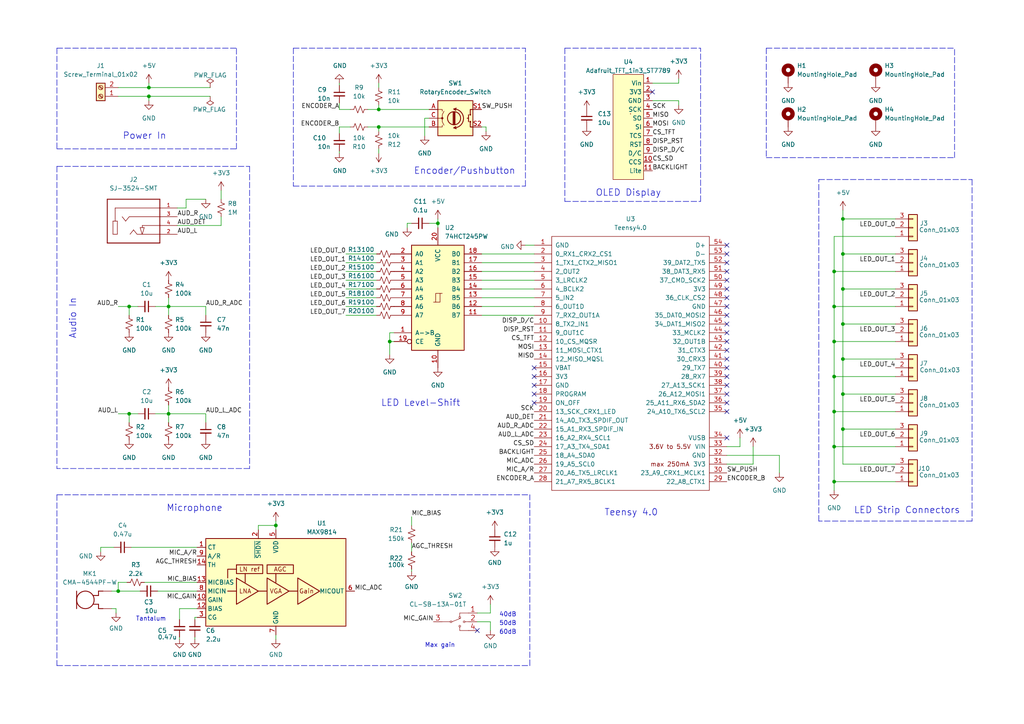
<source format=kicad_sch>
(kicad_sch (version 20211123) (generator eeschema)
  (paper "A4")
  (junction (at 43.18 25.4))
  (junction (at 244.475 73.66))
  (junction (at 244.475 83.82))
  (junction (at 43.18 27.94))
  (junction (at 37.465 120.015))
  (junction (at 241.935 88.9))
  (junction (at 48.895 120.015))
  (junction (at 241.935 139.7))
  (junction (at 244.475 104.14))
  (junction (at 80.01 152.4))
  (junction (at 244.475 63.5))
  (junction (at 241.935 78.74))
  (junction (at 37.465 88.9))
  (junction (at 241.935 129.54))
  (junction (at 241.935 109.22))
  (junction (at 244.475 114.3))
  (junction (at 34.29 171.45))
  (junction (at 113.03 99.06))
  (junction (at 241.935 119.38))
  (junction (at 127 64.77))
  (junction (at 241.935 99.06))
  (junction (at 244.475 93.98))
  (junction (at 109.855 31.75))
  (junction (at 48.895 88.9))
  (junction (at 244.475 124.46))
  (junction (at 109.855 36.83))
  (no_connect (at 210.82 127))
  (no_connect (at 210.82 78.74))
  (no_connect (at 210.82 99.06))
  (no_connect (at 210.82 86.36))
  (no_connect (at 210.82 104.14))
  (no_connect (at 210.82 71.12))
  (no_connect (at 210.82 93.98))
  (no_connect (at 210.82 83.82))
  (no_connect (at 210.82 116.84))
  (no_connect (at 210.82 111.76))
  (no_connect (at 210.82 96.52))
  (no_connect (at 210.82 109.22))
  (no_connect (at 154.94 116.84))
  (no_connect (at 138.43 182.88))
  (no_connect (at 210.82 73.66))
  (no_connect (at 210.82 91.44))
  (no_connect (at 210.82 119.38))
  (no_connect (at 210.82 81.28))
  (no_connect (at 210.82 114.3))
  (no_connect (at 154.94 111.76))
  (no_connect (at 210.82 76.2))
  (no_connect (at 210.82 88.9))
  (no_connect (at 154.94 106.68))
  (no_connect (at 210.82 101.6))
  (no_connect (at 210.82 106.68))
  (no_connect (at 154.94 109.22))
  (no_connect (at 154.94 114.3))
  (no_connect (at 189.23 26.67))
  (polyline (pts (xy 152.4 53.975) (xy 152.4 13.97)))
  (wire (pts (xy 244.475 60.96) (xy 244.475 63.5)))
  (wire (pts (xy 100.33 88.9) (xy 109.22 88.9)))
  (wire (pts (xy 119.38 157.48) (xy 119.38 160.02)))
  (wire (pts (xy 33.655 176.53) (xy 32.385 176.53)))
  (wire (pts (xy 139.7 76.2) (xy 154.94 76.2)))
  (wire (pts (xy 100.33 86.36) (xy 109.22 86.36)))
  (wire (pts (xy 48.895 88.9) (xy 48.895 86.36)))
  (wire (pts (xy 196.85 30.48) (xy 196.85 29.21)))
  (wire (pts (xy 123.19 34.29) (xy 123.19 39.37)))
  (wire (pts (xy 241.935 109.22) (xy 241.935 119.38)))
  (polyline (pts (xy 237.49 52.07) (xy 281.94 52.07)))
  (wire (pts (xy 244.475 63.5) (xy 244.475 73.66)))
  (wire (pts (xy 56.515 184.785) (xy 56.515 185.42)))
  (wire (pts (xy 100.33 83.82) (xy 109.22 83.82)))
  (polyline (pts (xy 68.58 43.18) (xy 68.58 13.97)))
  (wire (pts (xy 259.715 83.82) (xy 244.475 83.82)))
  (wire (pts (xy 244.475 134.62) (xy 259.715 134.62)))
  (wire (pts (xy 80.01 185.42) (xy 80.01 184.15)))
  (polyline (pts (xy 85.09 53.975) (xy 152.4 53.975)))
  (wire (pts (xy 56.515 179.705) (xy 56.515 179.07)))
  (polyline (pts (xy 276.86 45.72) (xy 276.86 13.97)))
  (wire (pts (xy 210.82 132.08) (xy 226.06 132.08)))
  (wire (pts (xy 34.29 27.94) (xy 43.18 27.94)))
  (wire (pts (xy 29.21 158.75) (xy 33.02 158.75)))
  (wire (pts (xy 152.4 71.12) (xy 154.94 71.12)))
  (wire (pts (xy 98.425 29.845) (xy 98.425 31.75)))
  (wire (pts (xy 113.03 102.87) (xy 113.03 99.06)))
  (wire (pts (xy 138.43 177.8) (xy 142.24 177.8)))
  (wire (pts (xy 241.935 88.9) (xy 241.935 99.06)))
  (wire (pts (xy 64.135 55.245) (xy 64.135 57.785)))
  (wire (pts (xy 218.44 134.62) (xy 218.44 129.54)))
  (wire (pts (xy 259.715 119.38) (xy 241.935 119.38)))
  (wire (pts (xy 43.18 27.94) (xy 43.18 29.21)))
  (wire (pts (xy 109.855 36.83) (xy 109.855 38.1)))
  (wire (pts (xy 259.715 139.7) (xy 241.935 139.7)))
  (wire (pts (xy 100.33 76.2) (xy 109.22 76.2)))
  (wire (pts (xy 37.465 120.015) (xy 40.005 120.015)))
  (wire (pts (xy 196.85 24.13) (xy 196.85 22.86)))
  (wire (pts (xy 57.15 176.53) (xy 52.07 176.53)))
  (polyline (pts (xy 222.25 45.72) (xy 276.86 45.72)))
  (wire (pts (xy 43.18 25.4) (xy 43.18 24.13)))
  (wire (pts (xy 139.7 36.83) (xy 140.97 36.83)))
  (wire (pts (xy 241.935 129.54) (xy 241.935 139.7)))
  (wire (pts (xy 127 64.77) (xy 127 66.04)))
  (wire (pts (xy 98.425 31.75) (xy 101.6 31.75)))
  (wire (pts (xy 259.715 63.5) (xy 244.475 63.5)))
  (wire (pts (xy 109.855 36.83) (xy 124.46 36.83)))
  (wire (pts (xy 119.38 149.86) (xy 119.38 152.4)))
  (wire (pts (xy 139.7 86.36) (xy 154.94 86.36)))
  (wire (pts (xy 109.855 31.75) (xy 109.855 30.48)))
  (wire (pts (xy 259.715 73.66) (xy 244.475 73.66)))
  (wire (pts (xy 244.475 114.3) (xy 244.475 124.46)))
  (wire (pts (xy 259.715 114.3) (xy 244.475 114.3)))
  (polyline (pts (xy 16.51 143.51) (xy 153.67 143.51)))
  (wire (pts (xy 74.93 152.4) (xy 80.01 152.4)))
  (wire (pts (xy 109.855 31.75) (xy 124.46 31.75)))
  (wire (pts (xy 53.975 60.325) (xy 53.975 57.785)))
  (wire (pts (xy 127 63.5) (xy 127 64.77)))
  (wire (pts (xy 259.715 129.54) (xy 241.935 129.54)))
  (wire (pts (xy 59.69 122.555) (xy 59.69 120.015)))
  (wire (pts (xy 241.935 139.7) (xy 241.935 142.24)))
  (wire (pts (xy 139.7 81.28) (xy 154.94 81.28)))
  (polyline (pts (xy 16.51 48.26) (xy 72.39 48.26)))
  (wire (pts (xy 244.475 93.98) (xy 244.475 104.14)))
  (wire (pts (xy 45.72 171.45) (xy 57.15 171.45)))
  (wire (pts (xy 259.715 104.14) (xy 244.475 104.14)))
  (wire (pts (xy 210.82 134.62) (xy 218.44 134.62)))
  (polyline (pts (xy 16.51 193.04) (xy 153.67 193.04)))
  (wire (pts (xy 64.135 65.405) (xy 64.135 62.865)))
  (wire (pts (xy 56.515 179.07) (xy 57.15 179.07)))
  (wire (pts (xy 259.715 93.98) (xy 244.475 93.98)))
  (wire (pts (xy 80.01 151.13) (xy 80.01 152.4)))
  (wire (pts (xy 142.24 177.8) (xy 142.24 175.26)))
  (wire (pts (xy 113.03 99.06) (xy 113.03 96.52)))
  (wire (pts (xy 43.18 25.4) (xy 60.96 25.4)))
  (polyline (pts (xy 16.51 13.97) (xy 16.51 43.18)))
  (wire (pts (xy 48.895 120.015) (xy 48.895 117.475)))
  (polyline (pts (xy 281.94 151.13) (xy 237.49 151.13)))
  (wire (pts (xy 241.935 119.38) (xy 241.935 129.54)))
  (wire (pts (xy 139.7 83.82) (xy 154.94 83.82)))
  (wire (pts (xy 139.7 73.66) (xy 154.94 73.66)))
  (wire (pts (xy 80.01 152.4) (xy 80.01 153.67)))
  (polyline (pts (xy 16.51 143.51) (xy 16.51 193.04)))
  (wire (pts (xy 52.07 176.53) (xy 52.07 179.705)))
  (wire (pts (xy 106.68 31.75) (xy 109.855 31.75)))
  (polyline (pts (xy 72.39 48.26) (xy 72.39 135.89)))
  (wire (pts (xy 109.855 44.45) (xy 109.855 43.18)))
  (polyline (pts (xy 222.25 13.97) (xy 276.86 13.97)))
  (wire (pts (xy 34.29 168.91) (xy 34.29 171.45)))
  (wire (pts (xy 51.435 65.405) (xy 64.135 65.405)))
  (polyline (pts (xy 16.51 13.97) (xy 68.58 13.97)))
  (wire (pts (xy 241.935 99.06) (xy 241.935 109.22)))
  (wire (pts (xy 109.855 24.13) (xy 109.855 25.4)))
  (wire (pts (xy 113.03 99.06) (xy 114.3 99.06)))
  (wire (pts (xy 259.715 109.22) (xy 241.935 109.22)))
  (wire (pts (xy 259.715 78.74) (xy 241.935 78.74)))
  (wire (pts (xy 45.085 120.015) (xy 48.895 120.015)))
  (wire (pts (xy 138.43 180.34) (xy 142.24 180.34)))
  (wire (pts (xy 196.85 29.21) (xy 189.23 29.21)))
  (wire (pts (xy 74.93 153.67) (xy 74.93 152.4)))
  (polyline (pts (xy 16.51 48.26) (xy 16.51 135.89)))
  (wire (pts (xy 41.91 168.91) (xy 57.15 168.91)))
  (wire (pts (xy 119.38 165.1) (xy 119.38 165.735)))
  (wire (pts (xy 241.935 78.74) (xy 241.935 88.9)))
  (wire (pts (xy 48.895 88.9) (xy 48.895 91.44)))
  (polyline (pts (xy 222.25 13.97) (xy 222.25 45.72)))
  (polyline (pts (xy 163.83 58.42) (xy 203.2 58.42)))
  (wire (pts (xy 259.715 124.46) (xy 244.475 124.46)))
  (wire (pts (xy 100.33 78.74) (xy 109.22 78.74)))
  (polyline (pts (xy 85.09 13.97) (xy 85.09 53.975)))
  (wire (pts (xy 32.385 171.45) (xy 34.29 171.45)))
  (wire (pts (xy 37.465 120.015) (xy 37.465 122.555)))
  (polyline (pts (xy 163.83 13.97) (xy 203.2 13.97)))
  (wire (pts (xy 124.46 34.29) (xy 123.19 34.29)))
  (wire (pts (xy 139.7 78.74) (xy 154.94 78.74)))
  (wire (pts (xy 259.715 99.06) (xy 241.935 99.06)))
  (wire (pts (xy 34.29 25.4) (xy 43.18 25.4)))
  (wire (pts (xy 34.29 171.45) (xy 40.64 171.45)))
  (polyline (pts (xy 153.67 193.04) (xy 153.67 143.51)))
  (wire (pts (xy 45.085 88.9) (xy 48.895 88.9)))
  (wire (pts (xy 53.975 57.785) (xy 59.69 57.785)))
  (wire (pts (xy 36.83 168.91) (xy 34.29 168.91)))
  (wire (pts (xy 189.23 24.13) (xy 196.85 24.13)))
  (wire (pts (xy 244.475 104.14) (xy 244.475 114.3)))
  (wire (pts (xy 124.46 64.77) (xy 127 64.77)))
  (wire (pts (xy 244.475 83.82) (xy 244.475 93.98)))
  (wire (pts (xy 98.425 36.83) (xy 101.6 36.83)))
  (wire (pts (xy 244.475 73.66) (xy 244.475 83.82)))
  (wire (pts (xy 100.33 91.44) (xy 109.22 91.44)))
  (wire (pts (xy 98.425 24.765) (xy 98.425 24.13)))
  (wire (pts (xy 100.33 81.28) (xy 109.22 81.28)))
  (wire (pts (xy 37.465 88.9) (xy 40.005 88.9)))
  (wire (pts (xy 139.7 91.44) (xy 154.94 91.44)))
  (wire (pts (xy 214.63 127) (xy 214.63 129.54)))
  (wire (pts (xy 259.715 68.58) (xy 241.935 68.58)))
  (wire (pts (xy 59.69 88.9) (xy 48.895 88.9)))
  (wire (pts (xy 113.03 96.52) (xy 114.3 96.52)))
  (polyline (pts (xy 163.83 13.97) (xy 163.83 58.42)))
  (polyline (pts (xy 203.2 58.42) (xy 203.2 13.97)))
  (wire (pts (xy 241.935 68.58) (xy 241.935 78.74)))
  (wire (pts (xy 98.425 44.45) (xy 98.425 43.815)))
  (wire (pts (xy 98.425 38.735) (xy 98.425 36.83)))
  (polyline (pts (xy 72.39 135.89) (xy 16.51 135.89)))
  (wire (pts (xy 33.655 177.8) (xy 33.655 176.53)))
  (wire (pts (xy 139.7 88.9) (xy 154.94 88.9)))
  (polyline (pts (xy 237.49 151.13) (xy 237.49 52.07)))
  (wire (pts (xy 51.435 60.325) (xy 53.975 60.325)))
  (wire (pts (xy 29.21 158.75) (xy 29.21 160.02)))
  (wire (pts (xy 59.69 120.015) (xy 48.895 120.015)))
  (wire (pts (xy 38.1 158.75) (xy 57.15 158.75)))
  (wire (pts (xy 48.895 120.015) (xy 48.895 122.555)))
  (wire (pts (xy 118.11 64.77) (xy 119.38 64.77)))
  (wire (pts (xy 244.475 124.46) (xy 244.475 134.62)))
  (wire (pts (xy 52.07 184.785) (xy 52.07 185.42)))
  (wire (pts (xy 34.29 120.015) (xy 37.465 120.015)))
  (wire (pts (xy 37.465 88.9) (xy 37.465 91.44)))
  (wire (pts (xy 106.68 36.83) (xy 109.855 36.83)))
  (wire (pts (xy 259.715 88.9) (xy 241.935 88.9)))
  (wire (pts (xy 59.69 91.44) (xy 59.69 88.9)))
  (wire (pts (xy 226.06 132.08) (xy 226.06 137.16)))
  (polyline (pts (xy 281.94 52.07) (xy 281.94 151.13)))
  (wire (pts (xy 100.33 73.66) (xy 109.22 73.66)))
  (polyline (pts (xy 85.09 13.97) (xy 152.4 13.97)))
  (wire (pts (xy 214.63 129.54) (xy 210.82 129.54)))
  (polyline (pts (xy 16.51 43.18) (xy 68.58 43.18)))
  (wire (pts (xy 43.18 27.94) (xy 60.96 27.94)))
  (wire (pts (xy 34.29 88.9) (xy 37.465 88.9)))
  (wire (pts (xy 118.11 66.04) (xy 118.11 64.77)))
  (wire (pts (xy 140.97 36.83) (xy 140.97 38.1)))
  (wire (pts (xy 142.24 180.34) (xy 142.24 182.88)))
  (text "50dB" (at 144.78 181.61 0) (effects (font (size 1.27 1.27)) (justify left bottom)))
  (text "Power In" (at 35.56 40.64 0) (effects (font (size 1.905 1.905)) (justify left bottom)))
  (text "Teensy 4.0" (at 175.26 149.86 0) (effects (font (size 1.905 1.905)) (justify left bottom)))
  (text "Encoder/Pushbutton" (at 120.015 50.8 0) (effects (font (size 1.905 1.905)) (justify left bottom)))
  (text "Max gain" (at 123.19 187.96 0) (effects (font (size 1.27 1.27)) (justify left bottom)))
  (text "Tantalum" (at 39.37 180.34 0) (effects (font (size 1.27 1.27)) (justify left bottom)))
  (text "60dB" (at 144.78 184.15 0) (effects (font (size 1.27 1.27)) (justify left bottom)))
  (text "Microphone" (at 48.26 148.59 0) (effects (font (size 1.905 1.905)) (justify left bottom)))
  (text "Audio In" (at 22.225 98.425 90) (effects (font (size 1.905 1.905)) (justify left bottom)))
  (text "40dB" (at 144.78 179.07 0) (effects (font (size 1.27 1.27)) (justify left bottom)))
  (text "LED Level-Shift" (at 110.49 118.11 0) (effects (font (size 1.905 1.905)) (justify left bottom)))
  (text "LED Strip Connectors" (at 247.65 149.225 0) (effects (font (size 1.905 1.905)) (justify left bottom)))
  (text "OLED Display" (at 172.72 57.15 0) (effects (font (size 1.905 1.905)) (justify left bottom)))
  (label "AUD_R_ADC" (at 154.94 124.46 180))
  (label "BACKLIGHT" (at 154.94 132.08 180))
  (label "LED_OUT_2" (at 100.33 78.74 180))
  (label "MIC_GAIN" (at 125.73 180.34 180))
  (label "DISP_RST" (at 154.94 96.52 180))
  (label "AUD_DET" (at 51.435 65.405 0))
  (label "BACKLIGHT" (at 189.23 49.53 0))
  (label "MOSI" (at 189.23 36.83 0))
  (label "DISP_RST" (at 189.23 41.91 0))
  (label "SW_PUSH" (at 210.82 137.16 0))
  (label "MIC_A{slash}R" (at 154.94 137.16 180))
  (label "LED_OUT_0" (at 100.33 73.66 180))
  (label "MISO" (at 154.94 104.14 180))
  (label "DISP_D{slash}C" (at 154.94 93.98 180))
  (label "LED_OUT_3" (at 100.33 81.28 180))
  (label "AUD_DET" (at 154.94 121.92 180))
  (label "MIC_ADC" (at 102.87 171.45 0))
  (label "CS_SD" (at 189.23 46.99 0))
  (label "ENCODER_B" (at 210.82 139.7 0))
  (label "MOSI" (at 154.94 101.6 180))
  (label "LED_OUT_6" (at 100.33 88.9 180))
  (label "LED_OUT_7" (at 259.715 137.16 180))
  (label "MIC_GAIN" (at 57.15 173.99 180))
  (label "ENCODER_A" (at 154.94 139.7 180))
  (label "ENCODER_A" (at 98.425 31.75 180))
  (label "LED_OUT_7" (at 100.33 91.44 180))
  (label "LED_OUT_5" (at 100.33 86.36 180))
  (label "DISP_D{slash}C" (at 189.23 44.45 0))
  (label "AGC_THRESH" (at 119.38 159.385 0))
  (label "AGC_THRESH" (at 57.15 163.83 180))
  (label "LED_OUT_0" (at 259.715 66.04 180))
  (label "AUD_L_ADC" (at 154.94 127 180))
  (label "MIC_BIAS" (at 119.38 149.86 0))
  (label "ENCODER_B" (at 98.425 36.83 180))
  (label "LED_OUT_6" (at 259.715 127 180))
  (label "CS_TFT" (at 154.94 99.06 180))
  (label "SCK" (at 189.23 31.75 0))
  (label "AUD_L" (at 51.435 67.945 0))
  (label "MIC_ADC" (at 154.94 134.62 180))
  (label "LED_OUT_5" (at 259.715 116.84 180))
  (label "AUD_L" (at 34.29 120.015 180))
  (label "AUD_R" (at 51.435 62.865 0))
  (label "LED_OUT_4" (at 100.33 83.82 180))
  (label "AUD_R_ADC" (at 59.69 88.9 0))
  (label "LED_OUT_1" (at 259.715 76.2 180))
  (label "LED_OUT_3" (at 259.715 96.52 180))
  (label "MIC_A{slash}R" (at 57.15 161.29 180))
  (label "SW_PUSH" (at 139.7 31.75 0))
  (label "CS_SD" (at 154.94 129.54 180))
  (label "CS_TFT" (at 189.23 39.37 0))
  (label "SCK" (at 154.94 119.38 180))
  (label "LED_OUT_4" (at 259.715 106.68 180))
  (label "LED_OUT_2" (at 259.715 86.36 180))
  (label "MISO" (at 189.23 34.29 0))
  (label "AUD_L_ADC" (at 59.69 120.015 0))
  (label "AUD_R" (at 34.29 88.9 180))
  (label "LED_OUT_1" (at 100.33 76.2 180))
  (label "MIC_BIAS" (at 57.15 168.91 180))
  (symbol (lib_id "power:GND") (at 254 36.83 0) (unit 1)
    (property "Reference" "#PWR046" (effects hide))
    (property "Value" "GND" (at 254 41.91 0))
  )
  (symbol (lib_id "Connector_Generic:Conn_01x03") (at 264.795 76.2 0) (mirror x) (unit 1)
    (property "Reference" "J4" (at 267.97 74.93 0))
    (property "Value" "Conn_01x03" (at 272.415 76.835 0))
    (property "Footprint" "Connector_JST:JST_PH_S3B-PH-K_1x03_P2.00mm_Horizontal" (effects hide))
    (property "Datasheet" "https://www.jst-mfg.com/product/pdf/eng/ePH.pdf" (effects hide))
    (property "LCSC Part Number" "N/A" (effects hide))
    (property "Package" "JST_PH_1x3_THT" (effects hide))
    (property "Layer" "F" (effects hide))
  )
  (symbol (lib_id "power:GND") (at 118.11 66.04 0) (unit 1)
    (property "Reference" "#PWR025" (effects hide))
    (property "Value" "GND" (at 113.665 67.945 0))
  )
  (symbol (lib_id "Device:R_Small_US") (at 111.76 81.28 90) (unit 1)
    (property "Reference" "R16" (at 102.87 80.01 90))
    (property "Value" "100" (at 106.68 80.01 90))
    (property "Footprint" "Resistor_SMD:R_0805_2012Metric_Pad1.20x1.40mm_HandSolder" (effects hide))
    (property "Package" "0805" (effects hide))
    (property "Layer" "B" (effects hide))
    (property "LCSC Part Number" "C17408" (effects hide))
  )
  (symbol (lib_id "Connector_Generic:Conn_01x03") (at 264.795 96.52 0) (mirror x) (unit 1)
    (property "Reference" "J6" (at 267.97 95.25 0))
    (property "Value" "Conn_01x03" (at 272.415 97.155 0))
    (property "Footprint" "Connector_JST:JST_PH_S3B-PH-K_1x03_P2.00mm_Horizontal" (effects hide))
    (property "Datasheet" "https://www.jst-mfg.com/product/pdf/eng/ePH.pdf" (effects hide))
    (property "LCSC Part Number" "N/A" (effects hide))
    (property "Package" "JST_PH_1x3_THT" (effects hide))
    (property "Layer" "F" (effects hide))
  )
  (symbol (lib_id "Device:R_Small_US") (at 37.465 125.095 0) (unit 1)
    (property "Reference" "R2" (at 39.37 123.8249 0) (effects (justify left)))
    (property "Value" "100k" (at 39.37 126.3649 0) (effects (justify left)))
    (property "Footprint" "Resistor_SMD:R_0805_2012Metric_Pad1.20x1.40mm_HandSolder" (effects hide))
    (property "Package" "0805" (effects hide))
    (property "Layer" "F" (effects hide))
    (property "LCSC Part Number" "C149504" (effects hide))
  )
  (symbol (lib_id "Device:R_Small_US") (at 111.76 91.44 90) (unit 1)
    (property "Reference" "R20" (at 102.87 90.17 90))
    (property "Value" "100" (at 106.68 90.17 90))
    (property "Footprint" "Resistor_SMD:R_0805_2012Metric_Pad1.20x1.40mm_HandSolder" (effects hide))
    (property "Package" "0805" (effects hide))
    (property "Layer" "B" (effects hide))
    (property "LCSC Part Number" "C17408" (effects hide))
  )
  (symbol (lib_id "Device:C_Small") (at 43.18 171.45 270) (unit 1)
    (property "Reference" "C3" (at 44.45 174.625 90) (effects (justify right)))
    (property "Value" "10u" (at 45.72 177.165 90) (effects (justify right)))
    (property "Footprint" "Capacitor_SMD:C_0805_2012Metric_Pad1.18x1.45mm_HandSolder" (effects hide))
    (property "Package" "0805" (effects hide))
    (property "Layer" "B" (effects hide))
    (property "LCSC Part Number" "C49678" (effects hide))
  )
  (symbol (lib_id "Connector_Generic:Conn_01x03") (at 264.795 86.36 0) (mirror x) (unit 1)
    (property "Reference" "J5" (at 267.97 85.09 0))
    (property "Value" "Conn_01x03" (at 272.415 86.995 0))
    (property "Footprint" "Connector_JST:JST_PH_S3B-PH-K_1x03_P2.00mm_Horizontal" (effects hide))
    (property "Datasheet" "https://www.jst-mfg.com/product/pdf/eng/ePH.pdf" (effects hide))
    (property "LCSC Part Number" "N/A" (effects hide))
    (property "Package" "JST_PH_1x3_THT" (effects hide))
    (property "Layer" "F" (effects hide))
  )
  (symbol (lib_id "Device:C_Small") (at 170.18 34.29 0) (unit 1)
    (property "Reference" "C13" (at 173.355 33.0199 0) (effects (justify left)))
    (property "Value" "10u" (at 173.355 35.5599 0) (effects (justify left)))
    (property "Footprint" "Capacitor_SMD:C_0805_2012Metric_Pad1.18x1.45mm_HandSolder" (effects hide))
    (property "Package" "0805" (effects hide))
    (property "Layer" "F" (effects hide))
  )
  (symbol (lib_id "Connector:Screw_Terminal_01x02") (at 29.21 27.94 180) (unit 1)
    (property "Reference" "J1" (at 29.21 19.05 0))
    (property "Value" "Screw_Terminal_01x02" (at 29.21 21.59 0))
    (property "Footprint" "terminal_block:TerminalBlock_Molex_393570002_1x02_P3.50mm_Horizontal" (effects hide))
    (property "Datasheet" "https://www.molex.com/webdocs/datasheets/pdf/en-us/0393570002_TERMINAL_BLOCKS.pdf" (effects hide))
    (property "LCSC Part Number" "N/A" (effects hide))
    (property "Package" "N/A" (effects hide))
    (property "Layer" "F" (effects hide))
  )
  (symbol (lib_id "power:+3.3V") (at 48.895 81.28 0) (unit 1)
    (property "Reference" "#PWR07" (effects hide))
    (property "Value" "+3.3V" (at 48.895 76.2 0))
  )
  (symbol (lib_id "power:+3.3V") (at 196.85 22.86 0) (unit 1)
    (property "Reference" "#PWR036" (effects hide))
    (property "Value" "+3.3V" (at 196.85 17.78 0))
  )
  (symbol (lib_id "Device:RotaryEncoder_Switch") (at 132.08 34.29 0) (unit 1)
    (property "Reference" "SW1" (at 132.08 24.13 0))
    (property "Value" "RotaryEncoder_Switch" (at 132.08 26.67 0))
    (property "Footprint" "Rotary_Encoder:RotaryEncoder_Alps_EC11E-Switch_Vertical_H20mm" (effects hide))
    (property "Datasheet" "https://www.farnell.com/datasheets/1837001.pdf" (effects hide))
    (property "LCSC Part Number" "N/A" (effects hide))
    (property "Package" "EC11" (effects hide))
    (property "Layer" "F" (effects hide))
  )
  (symbol (lib_id "power:GND") (at 152.4 71.12 270) (unit 1)
    (property "Reference" "#PWR033" (effects hide))
    (property "Value" "GND" (at 149.2251 71.5538 90) (effects (justify right)))
  )
  (symbol (lib_id "SP3T-CL-SB-13A-01T:CL-SB-13A-01T") (at 125.73 180.34 0) (unit 1)
    (property "Reference" "SW2" (at 132.08 172.72 0))
    (property "Value" "CL-SB-13A-01T" (at 127 175.26 0))
    (property "Footprint" "SP3T-CL-SB-13A-01T:CL-SB-13A-01T" (effects hide))
  )
  (symbol (lib_id "Amplifier_Audio:MAX9814") (at 80.01 168.91 0) (unit 1)
    (property "Reference" "U1" (at 93.345 151.765 0))
    (property "Value" "MAX9814" (at 93.345 154.305 0))
    (property "Footprint" "Package_DFN_QFN:TDFN-14-1EP_3x3mm_P0.4mm_EP1.78x2.35mm_ThermalVias" (effects hide))
    (property "Datasheet" "https://datasheets.maximintegrated.com/en/ds/MAX9814.pdf" (effects hide))
    (property "Package" "TDFN14" (effects hide))
    (property "LCSC Part Number" "C41714" (effects hide))
    (property "Layer" "B" (effects hide))
  )
  (symbol (lib_id "Device:C_Small") (at 59.69 93.98 0) (unit 1)
    (property "Reference" "C7" (at 62.865 92.7162 0) (effects (justify left)))
    (property "Value" "47n" (at 62.865 95.2562 0) (effects (justify left)))
    (property "Footprint" "Capacitor_SMD:C_0805_2012Metric_Pad1.18x1.45mm_HandSolder" (effects hide))
    (property "Package" "0805" (effects hide))
    (property "Layer" "F" (effects hide))
  )
  (symbol (lib_id "74xx:74HC245") (at 127 86.36 0) (unit 1)
    (property "Reference" "U2" (at 129.0194 66.04 0) (effects (justify left)))
    (property "Value" "74HCT245PW" (at 129.0194 68.58 0) (effects (justify left)))
    (property "Footprint" "Package_SO:TSSOP-20_4.4x6.5mm_P0.65mm" (effects hide))
    (property "Datasheet" "http://www.ti.com/lit/gpn/sn74HCT245" (effects hide))
    (property "Package" "TSSOP20" (effects hide))
    (property "LCSC Part Number" "C5980" (effects hide))
    (property "Layer" "B" (effects hide))
  )
  (symbol (lib_id "SJ-3524-SMT:SJ-3524-SMT") (at 38.735 65.405 0) (unit 1)
    (property "Reference" "J2" (at 38.735 52.07 0))
    (property "Value" "SJ-3524-SMT" (at 38.735 54.61 0))
    (property "Footprint" "SJ-3524-SMT:CUI_SJ-3524-SMT" (effects hide))
    (property "Datasheet" "https://www.cuidevices.com/product/resource/sj-352x-smt.pdf" (effects hide))
    (property "LCSC Part Number" "N/A" (effects hide))
    (property "Package" "N/A" (effects hide))
    (property "Layer" "F" (effects hide))
  )
  (symbol (lib_id "Device:C_Small") (at 59.69 125.095 0) (unit 1)
    (property "Reference" "C8" (at 62.865 123.8312 0) (effects (justify left)))
    (property "Value" "47n" (at 62.865 126.3712 0) (effects (justify left)))
    (property "Footprint" "Capacitor_SMD:C_0805_2012Metric_Pad1.18x1.45mm_HandSolder" (effects hide))
    (property "Package" "0805" (effects hide))
    (property "Layer" "F" (effects hide))
  )
  (symbol (lib_id "power:+3.3V") (at 48.895 112.395 0) (unit 1)
    (property "Reference" "#PWR09" (effects hide))
    (property "Value" "+3.3V" (at 48.895 107.315 0))
  )
  (symbol (lib_id "Mechanical:MountingHole_Pad") (at 228.6 34.29 0) (unit 1)
    (property "Reference" "H2" (at 231.14 31.7499 0) (effects (justify left)))
    (property "Value" "MountingHole_Pad" (at 231.14 34.2899 0) (effects (justify left)))
    (property "Footprint" "MountingHole:MountingHole_3.2mm_M3_ISO14580_Pad" (effects hide))
    (property "Datasheet" "N/A" (effects hide))
    (property "LCSC Part Number" "N/A" (effects hide))
    (property "Package" "N/A" (effects hide))
    (property "Layer" "N" (effects hide))
  )
  (symbol (lib_id "Device:C_Small") (at 56.515 182.245 180) (unit 1)
    (property "Reference" "C6" (at 59.69 182.88 0) (effects (justify right)))
    (property "Value" "2.2u" (at 59.69 185.42 0) (effects (justify right)))
    (property "Footprint" "Capacitor_SMD:C_0805_2012Metric_Pad1.18x1.45mm_HandSolder" (effects hide))
    (property "Package" "0805" (effects hide))
    (property "Layer" "B" (effects hide))
    (property "LCSC Part Number" "C49217" (effects hide))
  )
  (symbol (lib_id "power:GND") (at 140.97 38.1 0) (unit 1)
    (property "Reference" "#PWR032" (effects hide))
    (property "Value" "GND" (at 140.97 43.18 0))
  )
  (symbol (lib_id "Device:R_Small_US") (at 104.14 36.83 90) (unit 1)
    (property "Reference" "R10" (at 104.14 42.545 90))
    (property "Value" "10k" (at 104.14 40.005 90))
    (property "Footprint" "Resistor_SMD:R_0805_2012Metric_Pad1.20x1.40mm_HandSolder" (effects hide))
    (property "LCSC Part Number" "C17414 " (effects hide))
    (property "Package" "0805" (effects hide))
    (property "Layer" "B" (effects hide))
  )
  (symbol (lib_id "power:GND") (at 228.6 24.13 0) (unit 1)
    (property "Reference" "#PWR041" (effects hide))
    (property "Value" "GND" (at 228.6 29.21 0))
  )
  (symbol (lib_id "power:GND") (at 29.21 160.02 0) (unit 1)
    (property "Reference" "#PWR06" (effects hide))
    (property "Value" "GND" (at 22.86 161.29 0) (effects (justify left)))
  )
  (symbol (lib_id "Device:R_Small_US") (at 111.76 76.2 90) (unit 1)
    (property "Reference" "R14" (at 102.87 74.93 90))
    (property "Value" "100" (at 106.68 74.93 90))
    (property "Footprint" "Resistor_SMD:R_0805_2012Metric_Pad1.20x1.40mm_HandSolder" (effects hide))
    (property "Package" "0805" (effects hide))
    (property "Layer" "B" (effects hide))
    (property "LCSC Part Number" "C17408" (effects hide))
  )
  (symbol (lib_id "power:GND") (at 33.655 177.8 0) (unit 1)
    (property "Reference" "#PWR01" (effects hide))
    (property "Value" "GND" (at 33.655 182.245 0))
  )
  (symbol (lib_id "Device:C_Small") (at 42.545 88.9 270) (unit 1)
    (property "Reference" "C1" (at 42.5386 82.55 90))
    (property "Value" "10u" (at 42.5386 85.09 90))
    (property "Footprint" "Capacitor_SMD:C_0805_2012Metric_Pad1.18x1.45mm_HandSolder" (effects hide))
    (property "Package" "0805" (effects hide))
    (property "Layer" "F" (effects hide))
  )
  (symbol (lib_id "Device:R_Small_US") (at 48.895 93.98 0) (unit 1)
    (property "Reference" "R5" (at 50.8 92.7099 0) (effects (justify left)))
    (property "Value" "100k" (at 50.8 95.2499 0) (effects (justify left)))
    (property "Footprint" "Resistor_SMD:R_0805_2012Metric_Pad1.20x1.40mm_HandSolder" (effects hide))
    (property "Package" "0805" (effects hide))
    (property "Layer" "F" (effects hide))
    (property "LCSC Part Number" "C149504" (effects hide))
  )
  (symbol (lib_id "power:GND") (at 127 106.68 0) (unit 1)
    (property "Reference" "#PWR031" (effects hide))
    (property "Value" "GND" (at 127 111.76 0))
  )
  (symbol (lib_id "Device:C_Small") (at 98.425 41.275 0) (mirror x) (unit 1)
    (property "Reference" "C10" (at 94.615 40.005 0) (effects (justify right)))
    (property "Value" "10n" (at 95.885 42.545 0) (effects (justify right)))
    (property "Footprint" "Capacitor_SMD:C_0805_2012Metric_Pad1.18x1.45mm_HandSolder" (effects hide))
    (property "Package" "0805" (effects hide))
    (property "Layer" "B" (effects hide))
    (property "LCSC Part Number" "C1710" (effects hide))
  )
  (symbol (lib_id "power:GND") (at 37.465 127.635 0) (unit 1)
    (property "Reference" "#PWR03" (effects hide))
    (property "Value" "GND" (at 37.465 132.715 0))
  )
  (symbol (lib_id "power:GND") (at 254 24.13 0) (unit 1)
    (property "Reference" "#PWR045" (effects hide))
    (property "Value" "GND" (at 254 29.21 0))
  )
  (symbol (lib_id "Device:R_Small_US") (at 111.76 88.9 90) (unit 1)
    (property "Reference" "R19" (at 102.87 87.63 90))
    (property "Value" "100" (at 106.68 87.63 90))
    (property "Footprint" "Resistor_SMD:R_0805_2012Metric_Pad1.20x1.40mm_HandSolder" (effects hide))
    (property "Package" "0805" (effects hide))
    (property "Layer" "B" (effects hide))
    (property "LCSC Part Number" "C17408" (effects hide))
  )
  (symbol (lib_id "Connector_Generic:Conn_01x03") (at 264.795 66.04 0) (mirror x) (unit 1)
    (property "Reference" "J3" (at 267.97 64.77 0))
    (property "Value" "Conn_01x03" (at 272.415 66.675 0))
    (property "Footprint" "Connector_JST:JST_PH_S3B-PH-K_1x03_P2.00mm_Horizontal" (effects hide))
    (property "Datasheet" "https://www.jst-mfg.com/product/pdf/eng/ePH.pdf" (effects hide))
    (property "LCSC Part Number" "N/A" (effects hide))
    (property "Package" "JST_PH_1x3_THT" (effects hide))
    (property "Layer" "F" (effects hide))
  )
  (symbol (lib_id "Device:C_Small") (at 35.56 158.75 270) (unit 1)
    (property "Reference" "C4" (at 35.5536 152.4 90))
    (property "Value" "0.47u" (at 35.5536 154.94 90))
    (property "Footprint" "Capacitor_SMD:C_0805_2012Metric_Pad1.18x1.45mm_HandSolder" (effects hide))
    (property "Package" "0805" (effects hide))
    (property "Layer" "B" (effects hide))
    (property "LCSC Part Number" "C13967" (effects hide))
  )
  (symbol (lib_id "Device:R_Small_US") (at 48.895 83.82 0) (unit 1)
    (property "Reference" "R4" (at 50.8 82.5499 0) (effects (justify left)))
    (property "Value" "100k" (at 50.8 85.0899 0) (effects (justify left)))
    (property "Footprint" "Resistor_SMD:R_0805_2012Metric_Pad1.20x1.40mm_HandSolder" (effects hide))
    (property "Package" "0805" (effects hide))
    (property "Layer" "F" (effects hide))
    (property "LCSC Part Number" "C149504" (effects hide))
  )
  (symbol (lib_id "Device:R_Small_US") (at 104.14 31.75 270) (unit 1)
    (property "Reference" "R9" (at 104.14 25.4 90))
    (property "Value" "10k" (at 104.14 27.94 90))
    (property "Footprint" "Resistor_SMD:R_0805_2012Metric_Pad1.20x1.40mm_HandSolder" (effects hide))
    (property "LCSC Part Number" "C17414 " (effects hide))
    (property "Package" "0805" (effects hide))
    (property "Layer" "B" (effects hide))
  )
  (symbol (lib_id "power:GND") (at 37.465 96.52 0) (unit 1)
    (property "Reference" "#PWR02" (effects hide))
    (property "Value" "GND" (at 37.465 101.6 0))
  )
  (symbol (lib_id "power:+3.3V") (at 143.51 153.67 0) (unit 1)
    (property "Reference" "#PWR027" (effects hide))
    (property "Value" "+3.3V" (at 143.51 148.59 0))
  )
  (symbol (lib_id "power:GND") (at 228.6 36.83 0) (unit 1)
    (property "Reference" "#PWR042" (effects hide))
    (property "Value" "GND" (at 228.6 41.91 0))
  )
  (symbol (lib_id "power:GND") (at 123.19 39.37 0) (unit 1)
    (property "Reference" "#PWR029" (effects hide))
    (property "Value" "GND" (at 123.19 44.45 0))
  )
  (symbol (lib_id "power:GND") (at 59.69 96.52 0) (unit 1)
    (property "Reference" "#PWR014" (effects hide))
    (property "Value" "GND" (at 59.69 101.6 0))
  )
  (symbol (lib_id "power:GND") (at 43.18 29.21 0) (unit 1)
    (property "Reference" "#PWR05" (effects hide))
    (property "Value" "GND" (at 43.18 34.29 0))
  )
  (symbol (lib_id "Device:R_Small_US") (at 111.76 78.74 90) (unit 1)
    (property "Reference" "R15" (at 102.87 77.47 90))
    (property "Value" "100" (at 106.68 77.47 90))
    (property "Footprint" "Resistor_SMD:R_0805_2012Metric_Pad1.20x1.40mm_HandSolder" (effects hide))
    (property "Package" "0805" (effects hide))
    (property "Layer" "B" (effects hide))
    (property "LCSC Part Number" "C17408" (effects hide))
  )
  (symbol (lib_id "power:GND") (at 119.38 165.735 0) (unit 1)
    (property "Reference" "#PWR026" (effects hide))
    (property "Value" "GND" (at 119.38 170.18 0))
  )
  (symbol (lib_id "Mechanical:MountingHole_Pad") (at 254 21.59 0) (unit 1)
    (property "Reference" "H3" (at 256.54 19.0499 0) (effects (justify left)))
    (property "Value" "MountingHole_Pad" (at 256.54 21.5899 0) (effects (justify left)))
    (property "Footprint" "MountingHole:MountingHole_3.2mm_M3_ISO14580_Pad" (effects hide))
    (property "Datasheet" "N/A" (effects hide))
    (property "LCSC Part Number" "N/A" (effects hide))
    (property "Package" "N/A" (effects hide))
    (property "Layer" "N" (effects hide))
  )
  (symbol (lib_id "Connector_Generic:Conn_01x03") (at 264.795 106.68 0) (mirror x) (unit 1)
    (property "Reference" "J7" (at 266.7 105.41 0) (effects (justify left)))
    (property "Value" "Conn_01x03" (at 266.7 107.315 0) (effects (justify left)))
    (property "Footprint" "Connector_JST:JST_PH_S3B-PH-K_1x03_P2.00mm_Horizontal" (effects hide))
    (property "Datasheet" "https://www.jst-mfg.com/product/pdf/eng/ePH.pdf" (effects hide))
    (property "LCSC Part Number" "N/A" (effects hide))
    (property "Package" "JST_PH_1x3_THT" (effects hide))
    (property "Layer" "F" (effects hide))
  )
  (symbol (lib_id "Device:R_Small_US") (at 109.855 40.64 0) (mirror x) (unit 1)
    (property "Reference" "R12" (at 112.395 41.9101 0) (effects (justify left)))
    (property "Value" "10k" (at 112.395 39.3701 0) (effects (justify left)))
    (property "Footprint" "Resistor_SMD:R_0805_2012Metric_Pad1.20x1.40mm_HandSolder" (effects hide))
    (property "LCSC Part Number" "C17414 " (effects hide))
    (property "Package" "0805" (effects hide))
    (property "Layer" "B" (effects hide))
  )
  (symbol (lib_id "power:GND") (at 48.895 127.635 0) (unit 1)
    (property "Reference" "#PWR010" (effects hide))
    (property "Value" "GND" (at 48.895 132.715 0))
  )
  (symbol (lib_id "Device:C_Small") (at 52.07 182.245 180) (unit 1)
    (property "Reference" "C5" (at 45.72 182.88 0) (effects (justify right)))
    (property "Value" "0.47u" (at 45.72 184.785 0) (effects (justify right)))
    (property "Footprint" "Capacitor_SMD:C_0805_2012Metric_Pad1.18x1.45mm_HandSolder" (effects hide))
    (property "Package" "0805" (effects hide))
    (property "Layer" "B" (effects hide))
    (property "LCSC Part Number" "C13967" (effects hide))
  )
  (symbol (lib_id "power:+5V") (at 244.475 60.96 0) (mirror y) (unit 1)
    (property "Reference" "#PWR044" (effects hide))
    (property "Value" "+5V" (at 244.475 55.88 0))
  )
  (symbol (lib_id "Device:R_Small_US") (at 109.855 27.94 0) (unit 1)
    (property "Reference" "R11" (at 112.395 26.6699 0) (effects (justify left)))
    (property "Value" "10k" (at 112.395 29.2099 0) (effects (justify left)))
    (property "Footprint" "Resistor_SMD:R_0805_2012Metric_Pad1.20x1.40mm_HandSolder" (effects hide))
    (property "LCSC Part Number" "C17414 " (effects hide))
    (property "Package" "0805" (effects hide))
    (property "Layer" "B" (effects hide))
  )
  (symbol (lib_id "Device:C_Small") (at 98.425 27.305 0) (unit 1)
    (property "Reference" "C9" (at 92.075 26.035 0) (effects (justify left)))
    (property "Value" "10n" (at 92.075 28.575 0) (effects (justify left)))
    (property "Footprint" "Capacitor_SMD:C_0805_2012Metric_Pad1.18x1.45mm_HandSolder" (effects hide))
    (property "Package" "0805" (effects hide))
    (property "Layer" "B" (effects hide))
    (property "LCSC Part Number" "C1710" (effects hide))
  )
  (symbol (lib_id "power:GND") (at 241.935 142.24 0) (mirror y) (unit 1)
    (property "Reference" "#PWR043" (effects hide))
    (property "Value" "GND" (at 241.935 147.32 0))
  )
  (symbol (lib_id "Connector_Generic:Conn_01x03") (at 264.795 127 0) (mirror x) (unit 1)
    (property "Reference" "J9" (at 267.97 125.73 0))
    (property "Value" "Conn_01x03" (at 272.415 127.635 0))
    (property "Footprint" "Connector_JST:JST_PH_S3B-PH-K_1x03_P2.00mm_Horizontal" (effects hide))
    (property "Datasheet" "https://www.jst-mfg.com/product/pdf/eng/ePH.pdf" (effects hide))
    (property "LCSC Part Number" "N/A" (effects hide))
    (property "Package" "JST_PH_1x3_THT" (effects hide))
    (property "Layer" "F" (effects hide))
  )
  (symbol (lib_id "power:GND") (at 113.03 102.87 0) (unit 1)
    (property "Reference" "#PWR024" (effects hide))
    (property "Value" "GND" (at 113.03 107.95 0))
  )
  (symbol (lib_id "Device:C_Small") (at 42.545 120.015 270) (unit 1)
    (property "Reference" "C2" (at 42.5386 113.665 90))
    (property "Value" "10u" (at 42.5386 116.205 90))
    (property "Footprint" "Capacitor_SMD:C_0805_2012Metric_Pad1.18x1.45mm_HandSolder" (effects hide))
    (property "Package" "0805" (effects hide))
    (property "Layer" "F" (effects hide))
  )
  (symbol (lib_id "power:GND") (at 142.24 182.88 0) (unit 1)
    (property "Reference" "#PWR0102" (effects hide))
    (property "Value" "GND" (at 142.24 187.325 0))
  )
  (symbol (lib_id "Device:R_Small_US") (at 48.895 114.935 0) (unit 1)
    (property "Reference" "R6" (at 50.8 113.6649 0) (effects (justify left)))
    (property "Value" "100k" (at 50.8 116.2049 0) (effects (justify left)))
    (property "Footprint" "Resistor_SMD:R_0805_2012Metric_Pad1.20x1.40mm_HandSolder" (effects hide))
    (property "Package" "0805" (effects hide))
    (property "Layer" "F" (effects hide))
    (property "LCSC Part Number" "C149504" (effects hide))
  )
  (symbol (lib_id "Device:R_Small_US") (at 111.76 83.82 90) (unit 1)
    (property "Reference" "R17" (at 102.87 82.55 90))
    (property "Value" "100" (at 106.68 82.55 90))
    (property "Footprint" "Resistor_SMD:R_0805_2012Metric_Pad1.20x1.40mm_HandSolder" (effects hide))
    (property "Package" "0805" (effects hide))
    (property "Layer" "B" (effects hide))
    (property "LCSC Part Number" "C17408" (effects hide))
  )
  (symbol (lib_id "power:+3.3V") (at 142.24 175.26 0) (unit 1)
    (property "Reference" "#PWR0101" (effects hide))
    (property "Value" "+3.3V" (at 142.24 170.18 0))
  )
  (symbol (lib_id "CMA-4544PF-W:CMA-4544PF-W") (at 24.765 173.99 0) (unit 1)
    (property "Reference" "MK1" (at 26.035 166.37 0))
    (property "Value" "CMA-4544PF-W" (at 26.035 168.91 0))
    (property "Footprint" "CMA-4544PF-W:MIC_CMA-4544PF-W" (effects hide))
    (property "Datasheet" "https://www.cuidevices.com/product/resource/cma-4544pf-w.pdf" (effects hide))
    (property "LCSC Part Number" "N/A" (effects hide))
    (property "Package" "N/A" (effects hide))
    (property "Layer" "F" (effects hide))
  )
  (symbol (lib_id "power:+3.3V") (at 80.01 151.13 0) (unit 1)
    (property "Reference" "#PWR018" (effects hide))
    (property "Value" "+3.3V" (at 80.01 146.05 0))
  )
  (symbol (lib_id "Device:R_Small_US") (at 111.76 86.36 90) (unit 1)
    (property "Reference" "R18" (at 102.87 85.09 90))
    (property "Value" "100" (at 106.68 85.09 90))
    (property "Footprint" "Resistor_SMD:R_0805_2012Metric_Pad1.20x1.40mm_HandSolder" (effects hide))
    (property "Package" "0805" (effects hide))
    (property "Layer" "B" (effects hide))
    (property "LCSC Part Number" "C17408" (effects hide))
  )
  (symbol (lib_id "power:PWR_FLAG") (at 60.96 27.94 180) (unit 1)
    (property "Reference" "#FLG02" (effects hide))
    (property "Value" "PWR_FLAG" (at 55.88 31.75 0) (effects (justify right)))
  )
  (symbol (lib_id "power:GND") (at 98.425 24.13 180) (unit 1)
    (property "Reference" "#PWR020" (effects hide))
    (property "Value" "GND" (at 96.52 19.05 0) (effects (justify right)))
  )
  (symbol (lib_id "power:+5V") (at 127 63.5 0) (unit 1)
    (property "Reference" "#PWR030" (effects hide))
    (property "Value" "+5V" (at 127 58.42 0))
  )
  (symbol (lib_id "Device:R_Small_US") (at 111.76 73.66 90) (unit 1)
    (property "Reference" "R13" (at 102.87 72.39 90))
    (property "Value" "100" (at 106.68 72.39 90))
    (property "Footprint" "Resistor_SMD:R_0805_2012Metric_Pad1.20x1.40mm_HandSolder" (effects hide))
    (property "Package" "0805" (effects hide))
    (property "Layer" "B" (effects hide))
    (property "LCSC Part Number" "C17408" (effects hide))
  )
  (symbol (lib_id "power:+3.3V") (at 170.18 31.75 0) (unit 1)
    (property "Reference" "#PWR034" (effects hide))
    (property "Value" "+3.3V" (at 170.18 26.67 0))
  )
  (symbol (lib_id "power:+3.3V") (at 109.855 44.45 0) (mirror x) (unit 1)
    (property "Reference" "#PWR023" (effects hide))
    (property "Value" "+3.3V" (at 109.855 49.53 0))
  )
  (symbol (lib_id "Mechanical:MountingHole_Pad") (at 228.6 21.59 0) (unit 1)
    (property "Reference" "H1" (at 231.14 19.0499 0) (effects (justify left)))
    (property "Value" "MountingHole_Pad" (at 231.14 21.5899 0) (effects (justify left)))
    (property "Footprint" "MountingHole:MountingHole_3.2mm_M3_ISO14580_Pad" (effects hide))
    (property "Datasheet" "N/A" (effects hide))
    (property "LCSC Part Number" "N/A" (effects hide))
    (property "Package" "N/A" (effects hide))
    (property "Layer" "N" (effects hide))
  )
  (symbol (lib_id "power:GND") (at 143.51 158.75 0) (unit 1)
    (property "Reference" "#PWR028" (effects hide))
    (property "Value" "GND" (at 143.51 163.195 0))
  )
  (symbol (lib_id "power:GND") (at 48.895 96.52 0) (unit 1)
    (property "Reference" "#PWR08" (effects hide))
    (property "Value" "GND" (at 48.895 101.6 0))
  )
  (symbol (lib_id "Device:C_Small") (at 143.51 156.21 0) (unit 1)
    (property "Reference" "C12" (at 146.05 154.9462 0) (effects (justify left)))
    (property "Value" "1u" (at 146.05 157.4862 0) (effects (justify left)))
    (property "Footprint" "Capacitor_SMD:C_0805_2012Metric_Pad1.18x1.45mm_HandSolder" (effects hide))
    (property "Package" "0805" (effects hide))
    (property "Layer" "B" (effects hide))
    (property "LCSC Part Number" "C49217" (effects hide))
  )
  (symbol (lib_id "power:+5V") (at 43.18 24.13 0) (unit 1)
    (property "Reference" "#PWR04" (effects hide))
    (property "Value" "+5V" (at 43.18 19.05 0))
  )
  (symbol (lib_id "power:GND") (at 59.69 127.635 0) (unit 1)
    (property "Reference" "#PWR015" (effects hide))
    (property "Value" "GND" (at 59.69 132.715 0))
  )
  (symbol (lib_id "teensy:Teensy4.0") (at 182.88 105.41 0) (unit 1)
    (property "Reference" "U3" (at 182.88 63.5 0))
    (property "Value" "Teensy4.0" (at 182.88 66.04 0))
    (property "Footprint" "teensy_library:Teensy40" (effects hide))
    (property "Datasheet" "https://www.pjrc.com/store/teensy40.html" (effects hide))
    (property "LCSC Part Number" "N/A" (effects hide))
    (property "Package" "0.1\" 2x14" (effects hide))
    (property "Layer" "F" (effects hide))
  )
  (symbol (lib_id "Device:R_Small_US") (at 37.465 93.98 0) (unit 1)
    (property "Reference" "R1" (at 39.37 92.7099 0) (effects (justify left)))
    (property "Value" "100k" (at 39.37 95.2499 0) (effects (justify left)))
    (property "Footprint" "Resistor_SMD:R_0805_2012Metric_Pad1.20x1.40mm_HandSolder" (effects hide))
    (property "Package" "0805" (effects hide))
    (property "Layer" "F" (effects hide))
    (property "LCSC Part Number" "C149504" (effects hide))
  )
  (symbol (lib_id "displays:Adafruit_TFT_1in3_ST7789") (at 182.88 36.83 0) (mirror y) (unit 1)
    (property "Reference" "U4" (at 182.245 17.941 0))
    (property "Value" "Adafruit_TFT_1in3_ST7789" (at 182.245 20.4779 0))
    (property "Footprint" "displays:Adafruit_TFT_1in3_ST7789" (effects hide))
    (property "Datasheet" "https://www.adafruit.com/product/4313" (effects hide))
    (property "LCSC Part Number" "N/A" (effects hide))
    (property "Package" "0.1\" 1x11" (effects hide))
    (property "Layer" "F" (effects hide))
  )
  (symbol (lib_id "power:+3.3V") (at 218.44 129.54 0) (unit 1)
    (property "Reference" "#PWR039" (effects hide))
    (property "Value" "+3.3V" (at 218.44 124.46 0))
  )
  (symbol (lib_id "power:GND") (at 52.07 185.42 0) (unit 1)
    (property "Reference" "#PWR011" (effects hide))
    (property "Value" "GND" (at 52.07 189.865 0))
  )
  (symbol (lib_id "Device:R_Small_US") (at 64.135 60.325 0) (unit 1)
    (property "Reference" "R8" (at 66.04 59.0549 0) (effects (justify left)))
    (property "Value" "1M" (at 66.04 61.5949 0) (effects (justify left)))
    (property "Footprint" "Resistor_SMD:R_0805_2012Metric_Pad1.20x1.40mm_HandSolder" (effects hide))
    (property "Package" "0805" (effects hide))
    (property "Layer" "F" (effects hide))
  )
  (symbol (lib_id "power:GND") (at 98.425 44.45 0) (mirror y) (unit 1)
    (property "Reference" "#PWR021" (effects hide))
    (property "Value" "GND" (at 96.52 49.53 0) (effects (justify right)))
  )
  (symbol (lib_id "Device:R_Small_US") (at 119.38 154.94 180) (unit 1)
    (property "Reference" "R21" (at 114.935 153.67 0))
    (property "Value" "150k" (at 114.935 156.21 0))
    (property "Footprint" "Resistor_SMD:R_0805_2012Metric_Pad1.20x1.40mm_HandSolder" (effects hide))
    (property "Package" "0805" (effects hide))
    (property "Layer" "B" (effects hide))
    (property "LCSC Part Number" "C17470" (effects hide))
  )
  (symbol (lib_id "power:GND") (at 59.69 57.785 0) (unit 1)
    (property "Reference" "#PWR013" (effects hide))
    (property "Value" "GND" (at 59.69 62.865 0))
  )
  (symbol (lib_id "power:+5V") (at 214.63 127 0) (unit 1)
    (property "Reference" "#PWR038" (effects hide))
    (property "Value" "+5V" (at 214.63 121.92 0))
  )
  (symbol (lib_id "power:+3.3V") (at 64.135 55.245 0) (unit 1)
    (property "Reference" "#PWR017" (effects hide))
    (property "Value" "+3.3V" (at 64.135 50.165 0))
  )
  (symbol (lib_id "power:+3.3V") (at 109.855 24.13 0) (unit 1)
    (property "Reference" "#PWR022" (effects hide))
    (property "Value" "+3.3V" (at 109.855 19.05 0))
  )
  (symbol (lib_id "power:GND") (at 80.01 185.42 0) (unit 1)
    (property "Reference" "#PWR019" (effects hide))
    (property "Value" "GND" (at 80.01 189.865 0))
  )
  (symbol (lib_id "Device:R_Small_US") (at 39.37 168.91 90) (unit 1)
    (property "Reference" "R3" (at 39.37 163.83 90))
    (property "Value" "2.2k" (at 39.37 166.37 90))
    (property "Footprint" "Resistor_SMD:R_0805_2012Metric_Pad1.20x1.40mm_HandSolder" (effects hide))
    (property "Package" "0805" (effects hide))
    (property "Layer" "B" (effects hide))
    (property "LCSC Part Number" "C17520" (effects hide))
  )
  (symbol (lib_id "Connector_Generic:Conn_01x03") (at 264.795 116.84 0) (mirror x) (unit 1)
    (property "Reference" "J8" (at 267.97 115.57 0))
    (property "Value" "Conn_01x03" (at 272.415 117.475 0))
    (property "Footprint" "Connector_JST:JST_PH_S3B-PH-K_1x03_P2.00mm_Horizontal" (effects hide))
    (property "Datasheet" "https://www.jst-mfg.com/product/pdf/eng/ePH.pdf" (effects hide))
    (property "LCSC Part Number" "N/A" (effects hide))
    (property "Package" "JST_PH_1x3_THT" (effects hide))
    (property "Layer" "F" (effects hide))
  )
  (symbol (lib_id "Device:C_Small") (at 121.92 64.77 270) (unit 1)
    (property "Reference" "C11" (at 121.92 58.42 90))
    (property "Value" "0.1u" (at 121.92 60.96 90))
    (property "Footprint" "Capacitor_SMD:C_0805_2012Metric_Pad1.18x1.45mm_HandSolder" (effects hide))
    (property "Package" "0805" (effects hide))
    (property "Layer" "B" (effects hide))
    (property "LCSC Part Number" "C49678" (effects hide))
  )
  (symbol (lib_id "power:GND") (at 226.06 137.16 0) (unit 1)
    (property "Reference" "#PWR040" (effects hide))
    (property "Value" "GND" (at 226.06 142.24 0))
  )
  (symbol (lib_id "power:PWR_FLAG") (at 60.96 25.4 0) (unit 1)
    (property "Reference" "#FLG01" (effects hide))
    (property "Value" "PWR_FLAG" (at 60.96 21.8242 0))
  )
  (symbol (lib_id "Mechanical:MountingHole_Pad") (at 254 34.29 0) (unit 1)
    (property "Reference" "H4" (at 256.54 31.7499 0) (effects (justify left)))
    (property "Value" "MountingHole_Pad" (at 256.54 34.2899 0) (effects (justify left)))
    (property "Footprint" "MountingHole:MountingHole_3.2mm_M3_ISO14580_Pad" (effects hide))
    (property "Datasheet" "N/A" (effects hide))
    (property "LCSC Part Number" "N/A" (effects hide))
    (property "Package" "N/A" (effects hide))
    (property "Layer" "N" (effects hide))
  )
  (symbol (lib_id "Device:R_Small_US") (at 48.895 125.095 0) (unit 1)
    (property "Reference" "R7" (at 50.8 123.8249 0) (effects (justify left)))
    (property "Value" "100k" (at 50.8 126.3649 0) (effects (justify left)))
    (property "Footprint" "Resistor_SMD:R_0805_2012Metric_Pad1.20x1.40mm_HandSolder" (effects hide))
    (property "Package" "0805" (effects hide))
    (property "Layer" "F" (effects hide))
    (property "LCSC Part Number" "C149504" (effects hide))
  )
  (symbol (lib_id "power:GND") (at 196.85 30.48 0) (unit 1)
    (property "Reference" "#PWR037" (effects hide))
    (property "Value" "GND" (at 196.85 35.56 0))
  )
  (symbol (lib_id "Connector_Generic:Conn_01x03") (at 264.795 137.16 0) (mirror x) (unit 1)
    (property "Reference" "J10" (at 267.97 135.89 0))
    (property "Value" "Conn_01x03" (at 272.415 137.795 0))
    (property "Footprint" "Connector_JST:JST_PH_S3B-PH-K_1x03_P2.00mm_Horizontal" (effects hide))
    (property "Datasheet" "https://www.jst-mfg.com/product/pdf/eng/ePH.pdf" (effects hide))
    (property "LCSC Part Number" "N/A" (effects hide))
    (property "Package" "JST_PH_1x3_THT" (effects hide))
    (property "Layer" "F" (effects hide))
  )
  (symbol (lib_id "Device:R_Small_US") (at 119.38 162.56 180) (unit 1)
    (property "Reference" "R22" (at 114.935 161.925 0))
    (property "Value" "100k" (at 114.935 163.83 0))
    (property "Footprint" "Resistor_SMD:R_0805_2012Metric_Pad1.20x1.40mm_HandSolder" (effects hide))
    (property "Package" "0805" (effects hide))
    (property "Layer" "B" (effects hide))
    (property "LCSC Part Number" "C149504" (effects hide))
  )
  (symbol (lib_id "power:GND") (at 170.18 36.83 0) (unit 1)
    (property "Reference" "#PWR035" (effects hide))
    (property "Value" "GND" (at 170.18 41.91 0))
  )
  (symbol (lib_id "power:GND") (at 56.515 185.42 0) (unit 1)
    (property "Reference" "#PWR012" (effects hide))
    (property "Value" "GND" (at 56.515 189.865 0))
  )
)
</source>
